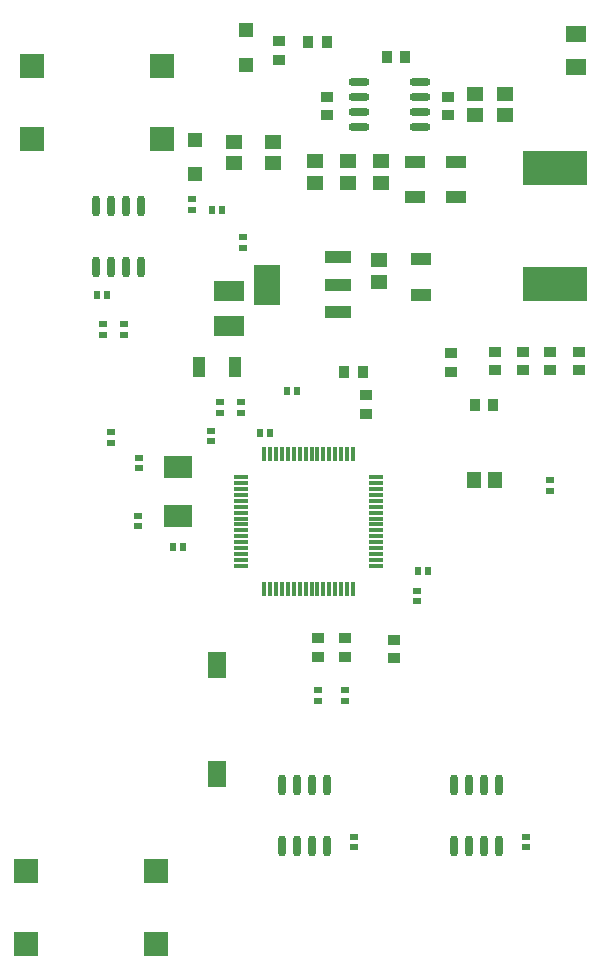
<source format=gtp>
G04*
G04 #@! TF.GenerationSoftware,Altium Limited,Altium Designer,20.1.14 (287)*
G04*
G04 Layer_Color=8421504*
%FSLAX25Y25*%
%MOIN*%
G70*
G04*
G04 #@! TF.SameCoordinates,C5642C15-9C93-435C-A7BF-0FB1E55D52FF*
G04*
G04*
G04 #@! TF.FilePolarity,Positive*
G04*
G01*
G75*
%ADD17R,0.02559X0.02362*%
%ADD18R,0.03858X0.03661*%
%ADD19R,0.09449X0.07480*%
%ADD20R,0.02362X0.02559*%
%ADD21R,0.08661X0.13780*%
%ADD22R,0.08661X0.03937*%
%ADD23R,0.06299X0.08583*%
%ADD24R,0.06299X0.08661*%
%ADD25R,0.03661X0.03858*%
%ADD26R,0.04724X0.01181*%
%ADD27R,0.01181X0.04724*%
%ADD28R,0.10236X0.07087*%
%ADD29R,0.04449X0.07087*%
%ADD30R,0.07874X0.07874*%
%ADD31O,0.02756X0.07087*%
%ADD32R,0.05787X0.04567*%
%ADD33O,0.07087X0.02756*%
%ADD34R,0.21260X0.11417*%
%ADD35R,0.07087X0.04449*%
%ADD36R,0.04803X0.04921*%
%ADD37R,0.04567X0.05787*%
%ADD38R,0.07087X0.05276*%
D17*
X183000Y179173D02*
D03*
Y175827D02*
D03*
X138500Y142500D02*
D03*
Y139154D02*
D03*
X70000Y195673D02*
D03*
Y192327D02*
D03*
X36500Y195173D02*
D03*
Y191827D02*
D03*
X80500Y260173D02*
D03*
Y256827D02*
D03*
X114500Y109173D02*
D03*
Y105827D02*
D03*
X105500Y109173D02*
D03*
Y105827D02*
D03*
X80000Y201827D02*
D03*
Y205173D02*
D03*
X73000Y201827D02*
D03*
Y205173D02*
D03*
X63500Y272847D02*
D03*
Y269500D02*
D03*
X45500Y164000D02*
D03*
Y167347D02*
D03*
X46000Y186673D02*
D03*
Y183327D02*
D03*
X34000Y231173D02*
D03*
Y227827D02*
D03*
X41000Y231173D02*
D03*
Y227827D02*
D03*
X117500Y57000D02*
D03*
Y60347D02*
D03*
X175000Y57153D02*
D03*
Y60500D02*
D03*
D18*
X164500Y222031D02*
D03*
Y215968D02*
D03*
X174000Y222031D02*
D03*
Y215968D02*
D03*
X183000Y222031D02*
D03*
Y215968D02*
D03*
X192500Y222031D02*
D03*
Y215968D02*
D03*
X131000Y126031D02*
D03*
Y119968D02*
D03*
X114500Y126532D02*
D03*
Y120468D02*
D03*
X105500Y126532D02*
D03*
Y120468D02*
D03*
X121500Y207531D02*
D03*
Y201468D02*
D03*
X150000Y221532D02*
D03*
Y215469D02*
D03*
X149000Y300969D02*
D03*
Y307031D02*
D03*
X108500Y300969D02*
D03*
Y307031D02*
D03*
X92500Y325532D02*
D03*
Y319468D02*
D03*
D19*
X59000Y167429D02*
D03*
Y183571D02*
D03*
D20*
X86327Y195000D02*
D03*
X89673D02*
D03*
X60673Y157000D02*
D03*
X57327D02*
D03*
X98673Y209000D02*
D03*
X95327D02*
D03*
X70327Y269500D02*
D03*
X73673D02*
D03*
X35173Y241000D02*
D03*
X31827D02*
D03*
X142173Y149000D02*
D03*
X138827D02*
D03*
D21*
X88689Y244500D02*
D03*
D22*
X112311Y253555D02*
D03*
Y244500D02*
D03*
Y235445D02*
D03*
D23*
X72000Y81410D02*
D03*
D24*
Y117591D02*
D03*
D25*
X114469Y215500D02*
D03*
X120531D02*
D03*
X157968Y204500D02*
D03*
X164032D02*
D03*
X108531Y325500D02*
D03*
X102469D02*
D03*
X134563Y320500D02*
D03*
X128500D02*
D03*
D26*
X79862Y180264D02*
D03*
Y178295D02*
D03*
Y176327D02*
D03*
Y174358D02*
D03*
Y172390D02*
D03*
Y170421D02*
D03*
Y168453D02*
D03*
Y166484D02*
D03*
Y164516D02*
D03*
Y162547D02*
D03*
Y160579D02*
D03*
Y158610D02*
D03*
Y156642D02*
D03*
Y154673D02*
D03*
Y152705D02*
D03*
Y150736D02*
D03*
X125138D02*
D03*
Y152705D02*
D03*
Y154673D02*
D03*
Y156642D02*
D03*
Y158610D02*
D03*
Y160579D02*
D03*
Y162547D02*
D03*
Y164516D02*
D03*
Y166484D02*
D03*
Y168453D02*
D03*
Y170421D02*
D03*
Y172390D02*
D03*
Y174358D02*
D03*
Y176327D02*
D03*
Y178295D02*
D03*
Y180264D02*
D03*
D27*
X87736Y142862D02*
D03*
X89705D02*
D03*
X91673D02*
D03*
X93642D02*
D03*
X95610D02*
D03*
X97579D02*
D03*
X99547D02*
D03*
X101516D02*
D03*
X103484D02*
D03*
X105453D02*
D03*
X107421D02*
D03*
X109390D02*
D03*
X111358D02*
D03*
X113327D02*
D03*
X115295D02*
D03*
X117264D02*
D03*
Y188138D02*
D03*
X115295D02*
D03*
X113327D02*
D03*
X111358D02*
D03*
X109390D02*
D03*
X107421D02*
D03*
X105453D02*
D03*
X103484D02*
D03*
X101516D02*
D03*
X99547D02*
D03*
X97579D02*
D03*
X95610D02*
D03*
X93642D02*
D03*
X91673D02*
D03*
X89705D02*
D03*
X87736D02*
D03*
D28*
X76000Y242406D02*
D03*
Y230594D02*
D03*
D29*
X66134Y217000D02*
D03*
X77866D02*
D03*
D30*
X8347Y24716D02*
D03*
X51653D02*
D03*
X8347Y48929D02*
D03*
X51653D02*
D03*
X53654Y317284D02*
D03*
X10346D02*
D03*
X53654Y293071D02*
D03*
X10346D02*
D03*
D31*
X46500Y270736D02*
D03*
X41500D02*
D03*
X36500D02*
D03*
X31500D02*
D03*
X46500Y250264D02*
D03*
X41500D02*
D03*
X36500D02*
D03*
X31500D02*
D03*
X93500Y57264D02*
D03*
X98500D02*
D03*
X103500D02*
D03*
X108500D02*
D03*
X93500Y77736D02*
D03*
X98500D02*
D03*
X103500D02*
D03*
X108500D02*
D03*
X151000Y57264D02*
D03*
X156000D02*
D03*
X161000D02*
D03*
X166000D02*
D03*
X151000Y77736D02*
D03*
X156000D02*
D03*
X161000D02*
D03*
X166000D02*
D03*
D32*
X126000Y245496D02*
D03*
Y252504D02*
D03*
X126500Y285504D02*
D03*
Y278496D02*
D03*
X104500D02*
D03*
Y285504D02*
D03*
X115500Y278496D02*
D03*
Y285504D02*
D03*
X158000Y308004D02*
D03*
Y300996D02*
D03*
X168000Y308004D02*
D03*
Y300996D02*
D03*
X90500Y285000D02*
D03*
Y292008D02*
D03*
X77500Y284996D02*
D03*
Y292004D02*
D03*
D33*
X119264Y312000D02*
D03*
Y307000D02*
D03*
Y302000D02*
D03*
Y297000D02*
D03*
X139736Y312000D02*
D03*
Y307000D02*
D03*
Y302000D02*
D03*
Y297000D02*
D03*
D34*
X184500Y244512D02*
D03*
Y283488D02*
D03*
D35*
X151500Y273634D02*
D03*
Y285366D02*
D03*
X138000Y273634D02*
D03*
Y285366D02*
D03*
X140000Y241134D02*
D03*
Y252866D02*
D03*
D36*
X81500Y329307D02*
D03*
Y317693D02*
D03*
X64500Y281193D02*
D03*
Y292807D02*
D03*
D37*
X157496Y179500D02*
D03*
X164504D02*
D03*
D38*
X191500Y328130D02*
D03*
Y316870D02*
D03*
M02*

</source>
